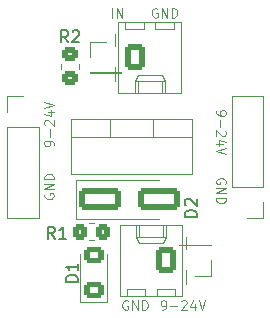
<source format=gto>
G04 #@! TF.GenerationSoftware,KiCad,Pcbnew,7.0.1*
G04 #@! TF.CreationDate,2023-08-26T15:59:25-05:00*
G04 #@! TF.ProjectId,Single Mosfet Board,53696e67-6c65-4204-9d6f-736665742042,rev?*
G04 #@! TF.SameCoordinates,Original*
G04 #@! TF.FileFunction,Legend,Top*
G04 #@! TF.FilePolarity,Positive*
%FSLAX46Y46*%
G04 Gerber Fmt 4.6, Leading zero omitted, Abs format (unit mm)*
G04 Created by KiCad (PCBNEW 7.0.1) date 2023-08-26 15:59:25*
%MOMM*%
%LPD*%
G01*
G04 APERTURE LIST*
G04 Aperture macros list*
%AMRoundRect*
0 Rectangle with rounded corners*
0 $1 Rounding radius*
0 $2 $3 $4 $5 $6 $7 $8 $9 X,Y pos of 4 corners*
0 Add a 4 corners polygon primitive as box body*
4,1,4,$2,$3,$4,$5,$6,$7,$8,$9,$2,$3,0*
0 Add four circle primitives for the rounded corners*
1,1,$1+$1,$2,$3*
1,1,$1+$1,$4,$5*
1,1,$1+$1,$6,$7*
1,1,$1+$1,$8,$9*
0 Add four rect primitives between the rounded corners*
20,1,$1+$1,$2,$3,$4,$5,0*
20,1,$1+$1,$4,$5,$6,$7,0*
20,1,$1+$1,$6,$7,$8,$9,0*
20,1,$1+$1,$8,$9,$2,$3,0*%
G04 Aperture macros list end*
%ADD10C,0.100000*%
%ADD11C,0.150000*%
%ADD12C,0.120000*%
%ADD13C,3.200000*%
%ADD14RoundRect,0.250000X-0.450000X0.350000X-0.450000X-0.350000X0.450000X-0.350000X0.450000X0.350000X0*%
%ADD15RoundRect,0.250000X-0.350000X-0.450000X0.350000X-0.450000X0.350000X0.450000X-0.350000X0.450000X0*%
%ADD16R,1.905000X2.000000*%
%ADD17O,1.905000X2.000000*%
%ADD18R,1.700000X1.700000*%
%ADD19O,1.700000X1.700000*%
%ADD20RoundRect,0.250000X-0.620000X-0.845000X0.620000X-0.845000X0.620000X0.845000X-0.620000X0.845000X0*%
%ADD21O,1.740000X2.190000*%
%ADD22RoundRect,0.250000X0.620000X0.845000X-0.620000X0.845000X-0.620000X-0.845000X0.620000X-0.845000X0*%
%ADD23RoundRect,0.250000X-1.500000X-0.650000X1.500000X-0.650000X1.500000X0.650000X-1.500000X0.650000X0*%
%ADD24RoundRect,0.250001X0.624999X-0.462499X0.624999X0.462499X-0.624999X0.462499X-0.624999X-0.462499X0*%
G04 APERTURE END LIST*
D10*
X138640476Y-96858190D02*
X138564286Y-96820095D01*
X138564286Y-96820095D02*
X138450000Y-96820095D01*
X138450000Y-96820095D02*
X138335714Y-96858190D01*
X138335714Y-96858190D02*
X138259524Y-96934380D01*
X138259524Y-96934380D02*
X138221429Y-97010571D01*
X138221429Y-97010571D02*
X138183333Y-97162952D01*
X138183333Y-97162952D02*
X138183333Y-97277238D01*
X138183333Y-97277238D02*
X138221429Y-97429619D01*
X138221429Y-97429619D02*
X138259524Y-97505809D01*
X138259524Y-97505809D02*
X138335714Y-97582000D01*
X138335714Y-97582000D02*
X138450000Y-97620095D01*
X138450000Y-97620095D02*
X138526191Y-97620095D01*
X138526191Y-97620095D02*
X138640476Y-97582000D01*
X138640476Y-97582000D02*
X138678572Y-97543904D01*
X138678572Y-97543904D02*
X138678572Y-97277238D01*
X138678572Y-97277238D02*
X138526191Y-97277238D01*
X139021429Y-97620095D02*
X139021429Y-96820095D01*
X139021429Y-96820095D02*
X139478572Y-97620095D01*
X139478572Y-97620095D02*
X139478572Y-96820095D01*
X139859524Y-97620095D02*
X139859524Y-96820095D01*
X139859524Y-96820095D02*
X140050000Y-96820095D01*
X140050000Y-96820095D02*
X140164286Y-96858190D01*
X140164286Y-96858190D02*
X140240476Y-96934380D01*
X140240476Y-96934380D02*
X140278571Y-97010571D01*
X140278571Y-97010571D02*
X140316667Y-97162952D01*
X140316667Y-97162952D02*
X140316667Y-97277238D01*
X140316667Y-97277238D02*
X140278571Y-97429619D01*
X140278571Y-97429619D02*
X140240476Y-97505809D01*
X140240476Y-97505809D02*
X140164286Y-97582000D01*
X140164286Y-97582000D02*
X140050000Y-97620095D01*
X140050000Y-97620095D02*
X139859524Y-97620095D01*
X141497619Y-97620095D02*
X141650000Y-97620095D01*
X141650000Y-97620095D02*
X141726190Y-97582000D01*
X141726190Y-97582000D02*
X141764286Y-97543904D01*
X141764286Y-97543904D02*
X141840476Y-97429619D01*
X141840476Y-97429619D02*
X141878571Y-97277238D01*
X141878571Y-97277238D02*
X141878571Y-96972476D01*
X141878571Y-96972476D02*
X141840476Y-96896285D01*
X141840476Y-96896285D02*
X141802381Y-96858190D01*
X141802381Y-96858190D02*
X141726190Y-96820095D01*
X141726190Y-96820095D02*
X141573809Y-96820095D01*
X141573809Y-96820095D02*
X141497619Y-96858190D01*
X141497619Y-96858190D02*
X141459524Y-96896285D01*
X141459524Y-96896285D02*
X141421428Y-96972476D01*
X141421428Y-96972476D02*
X141421428Y-97162952D01*
X141421428Y-97162952D02*
X141459524Y-97239142D01*
X141459524Y-97239142D02*
X141497619Y-97277238D01*
X141497619Y-97277238D02*
X141573809Y-97315333D01*
X141573809Y-97315333D02*
X141726190Y-97315333D01*
X141726190Y-97315333D02*
X141802381Y-97277238D01*
X141802381Y-97277238D02*
X141840476Y-97239142D01*
X141840476Y-97239142D02*
X141878571Y-97162952D01*
X142221429Y-97315333D02*
X142830953Y-97315333D01*
X143173809Y-96896285D02*
X143211905Y-96858190D01*
X143211905Y-96858190D02*
X143288095Y-96820095D01*
X143288095Y-96820095D02*
X143478571Y-96820095D01*
X143478571Y-96820095D02*
X143554762Y-96858190D01*
X143554762Y-96858190D02*
X143592857Y-96896285D01*
X143592857Y-96896285D02*
X143630952Y-96972476D01*
X143630952Y-96972476D02*
X143630952Y-97048666D01*
X143630952Y-97048666D02*
X143592857Y-97162952D01*
X143592857Y-97162952D02*
X143135714Y-97620095D01*
X143135714Y-97620095D02*
X143630952Y-97620095D01*
X144316667Y-97086761D02*
X144316667Y-97620095D01*
X144126191Y-96782000D02*
X143935714Y-97353428D01*
X143935714Y-97353428D02*
X144430953Y-97353428D01*
X144621429Y-96820095D02*
X144888096Y-97620095D01*
X144888096Y-97620095D02*
X145154762Y-96820095D01*
X146129904Y-80787619D02*
X146129904Y-80940000D01*
X146129904Y-80940000D02*
X146168000Y-81016190D01*
X146168000Y-81016190D02*
X146206095Y-81054286D01*
X146206095Y-81054286D02*
X146320380Y-81130476D01*
X146320380Y-81130476D02*
X146472761Y-81168571D01*
X146472761Y-81168571D02*
X146777523Y-81168571D01*
X146777523Y-81168571D02*
X146853714Y-81130476D01*
X146853714Y-81130476D02*
X146891809Y-81092381D01*
X146891809Y-81092381D02*
X146929904Y-81016190D01*
X146929904Y-81016190D02*
X146929904Y-80863809D01*
X146929904Y-80863809D02*
X146891809Y-80787619D01*
X146891809Y-80787619D02*
X146853714Y-80749524D01*
X146853714Y-80749524D02*
X146777523Y-80711428D01*
X146777523Y-80711428D02*
X146587047Y-80711428D01*
X146587047Y-80711428D02*
X146510857Y-80749524D01*
X146510857Y-80749524D02*
X146472761Y-80787619D01*
X146472761Y-80787619D02*
X146434666Y-80863809D01*
X146434666Y-80863809D02*
X146434666Y-81016190D01*
X146434666Y-81016190D02*
X146472761Y-81092381D01*
X146472761Y-81092381D02*
X146510857Y-81130476D01*
X146510857Y-81130476D02*
X146587047Y-81168571D01*
X146434666Y-81511429D02*
X146434666Y-82120953D01*
X146853714Y-82463809D02*
X146891809Y-82501905D01*
X146891809Y-82501905D02*
X146929904Y-82578095D01*
X146929904Y-82578095D02*
X146929904Y-82768571D01*
X146929904Y-82768571D02*
X146891809Y-82844762D01*
X146891809Y-82844762D02*
X146853714Y-82882857D01*
X146853714Y-82882857D02*
X146777523Y-82920952D01*
X146777523Y-82920952D02*
X146701333Y-82920952D01*
X146701333Y-82920952D02*
X146587047Y-82882857D01*
X146587047Y-82882857D02*
X146129904Y-82425714D01*
X146129904Y-82425714D02*
X146129904Y-82920952D01*
X146663238Y-83606667D02*
X146129904Y-83606667D01*
X146968000Y-83416191D02*
X146396571Y-83225714D01*
X146396571Y-83225714D02*
X146396571Y-83720953D01*
X146929904Y-83911429D02*
X146129904Y-84178096D01*
X146129904Y-84178096D02*
X146929904Y-84444762D01*
X132370095Y-83672380D02*
X132370095Y-83519999D01*
X132370095Y-83519999D02*
X132332000Y-83443809D01*
X132332000Y-83443809D02*
X132293904Y-83405713D01*
X132293904Y-83405713D02*
X132179619Y-83329523D01*
X132179619Y-83329523D02*
X132027238Y-83291428D01*
X132027238Y-83291428D02*
X131722476Y-83291428D01*
X131722476Y-83291428D02*
X131646285Y-83329523D01*
X131646285Y-83329523D02*
X131608190Y-83367618D01*
X131608190Y-83367618D02*
X131570095Y-83443809D01*
X131570095Y-83443809D02*
X131570095Y-83596190D01*
X131570095Y-83596190D02*
X131608190Y-83672380D01*
X131608190Y-83672380D02*
X131646285Y-83710475D01*
X131646285Y-83710475D02*
X131722476Y-83748571D01*
X131722476Y-83748571D02*
X131912952Y-83748571D01*
X131912952Y-83748571D02*
X131989142Y-83710475D01*
X131989142Y-83710475D02*
X132027238Y-83672380D01*
X132027238Y-83672380D02*
X132065333Y-83596190D01*
X132065333Y-83596190D02*
X132065333Y-83443809D01*
X132065333Y-83443809D02*
X132027238Y-83367618D01*
X132027238Y-83367618D02*
X131989142Y-83329523D01*
X131989142Y-83329523D02*
X131912952Y-83291428D01*
X132065333Y-82948570D02*
X132065333Y-82339047D01*
X131646285Y-81996190D02*
X131608190Y-81958094D01*
X131608190Y-81958094D02*
X131570095Y-81881904D01*
X131570095Y-81881904D02*
X131570095Y-81691428D01*
X131570095Y-81691428D02*
X131608190Y-81615237D01*
X131608190Y-81615237D02*
X131646285Y-81577142D01*
X131646285Y-81577142D02*
X131722476Y-81539047D01*
X131722476Y-81539047D02*
X131798666Y-81539047D01*
X131798666Y-81539047D02*
X131912952Y-81577142D01*
X131912952Y-81577142D02*
X132370095Y-82034285D01*
X132370095Y-82034285D02*
X132370095Y-81539047D01*
X131836761Y-80853332D02*
X132370095Y-80853332D01*
X131532000Y-81043808D02*
X132103428Y-81234285D01*
X132103428Y-81234285D02*
X132103428Y-80739046D01*
X131570095Y-80548570D02*
X132370095Y-80281903D01*
X132370095Y-80281903D02*
X131570095Y-80015237D01*
X131608190Y-87779523D02*
X131570095Y-87855713D01*
X131570095Y-87855713D02*
X131570095Y-87969999D01*
X131570095Y-87969999D02*
X131608190Y-88084285D01*
X131608190Y-88084285D02*
X131684380Y-88160475D01*
X131684380Y-88160475D02*
X131760571Y-88198570D01*
X131760571Y-88198570D02*
X131912952Y-88236666D01*
X131912952Y-88236666D02*
X132027238Y-88236666D01*
X132027238Y-88236666D02*
X132179619Y-88198570D01*
X132179619Y-88198570D02*
X132255809Y-88160475D01*
X132255809Y-88160475D02*
X132332000Y-88084285D01*
X132332000Y-88084285D02*
X132370095Y-87969999D01*
X132370095Y-87969999D02*
X132370095Y-87893808D01*
X132370095Y-87893808D02*
X132332000Y-87779523D01*
X132332000Y-87779523D02*
X132293904Y-87741427D01*
X132293904Y-87741427D02*
X132027238Y-87741427D01*
X132027238Y-87741427D02*
X132027238Y-87893808D01*
X132370095Y-87398570D02*
X131570095Y-87398570D01*
X131570095Y-87398570D02*
X132370095Y-86941427D01*
X132370095Y-86941427D02*
X131570095Y-86941427D01*
X132370095Y-86560475D02*
X131570095Y-86560475D01*
X131570095Y-86560475D02*
X131570095Y-86369999D01*
X131570095Y-86369999D02*
X131608190Y-86255713D01*
X131608190Y-86255713D02*
X131684380Y-86179523D01*
X131684380Y-86179523D02*
X131760571Y-86141428D01*
X131760571Y-86141428D02*
X131912952Y-86103332D01*
X131912952Y-86103332D02*
X132027238Y-86103332D01*
X132027238Y-86103332D02*
X132179619Y-86141428D01*
X132179619Y-86141428D02*
X132255809Y-86179523D01*
X132255809Y-86179523D02*
X132332000Y-86255713D01*
X132332000Y-86255713D02*
X132370095Y-86369999D01*
X132370095Y-86369999D02*
X132370095Y-86560475D01*
X146891809Y-86930476D02*
X146929904Y-86854286D01*
X146929904Y-86854286D02*
X146929904Y-86740000D01*
X146929904Y-86740000D02*
X146891809Y-86625714D01*
X146891809Y-86625714D02*
X146815619Y-86549524D01*
X146815619Y-86549524D02*
X146739428Y-86511429D01*
X146739428Y-86511429D02*
X146587047Y-86473333D01*
X146587047Y-86473333D02*
X146472761Y-86473333D01*
X146472761Y-86473333D02*
X146320380Y-86511429D01*
X146320380Y-86511429D02*
X146244190Y-86549524D01*
X146244190Y-86549524D02*
X146168000Y-86625714D01*
X146168000Y-86625714D02*
X146129904Y-86740000D01*
X146129904Y-86740000D02*
X146129904Y-86816191D01*
X146129904Y-86816191D02*
X146168000Y-86930476D01*
X146168000Y-86930476D02*
X146206095Y-86968572D01*
X146206095Y-86968572D02*
X146472761Y-86968572D01*
X146472761Y-86968572D02*
X146472761Y-86816191D01*
X146129904Y-87311429D02*
X146929904Y-87311429D01*
X146929904Y-87311429D02*
X146129904Y-87768572D01*
X146129904Y-87768572D02*
X146929904Y-87768572D01*
X146129904Y-88149524D02*
X146929904Y-88149524D01*
X146929904Y-88149524D02*
X146929904Y-88340000D01*
X146929904Y-88340000D02*
X146891809Y-88454286D01*
X146891809Y-88454286D02*
X146815619Y-88530476D01*
X146815619Y-88530476D02*
X146739428Y-88568571D01*
X146739428Y-88568571D02*
X146587047Y-88606667D01*
X146587047Y-88606667D02*
X146472761Y-88606667D01*
X146472761Y-88606667D02*
X146320380Y-88568571D01*
X146320380Y-88568571D02*
X146244190Y-88530476D01*
X146244190Y-88530476D02*
X146168000Y-88454286D01*
X146168000Y-88454286D02*
X146129904Y-88340000D01*
X146129904Y-88340000D02*
X146129904Y-88149524D01*
X137330953Y-72870095D02*
X137330953Y-72070095D01*
X137711905Y-72870095D02*
X137711905Y-72070095D01*
X137711905Y-72070095D02*
X138169048Y-72870095D01*
X138169048Y-72870095D02*
X138169048Y-72070095D01*
X141140476Y-72108190D02*
X141064286Y-72070095D01*
X141064286Y-72070095D02*
X140950000Y-72070095D01*
X140950000Y-72070095D02*
X140835714Y-72108190D01*
X140835714Y-72108190D02*
X140759524Y-72184380D01*
X140759524Y-72184380D02*
X140721429Y-72260571D01*
X140721429Y-72260571D02*
X140683333Y-72412952D01*
X140683333Y-72412952D02*
X140683333Y-72527238D01*
X140683333Y-72527238D02*
X140721429Y-72679619D01*
X140721429Y-72679619D02*
X140759524Y-72755809D01*
X140759524Y-72755809D02*
X140835714Y-72832000D01*
X140835714Y-72832000D02*
X140950000Y-72870095D01*
X140950000Y-72870095D02*
X141026191Y-72870095D01*
X141026191Y-72870095D02*
X141140476Y-72832000D01*
X141140476Y-72832000D02*
X141178572Y-72793904D01*
X141178572Y-72793904D02*
X141178572Y-72527238D01*
X141178572Y-72527238D02*
X141026191Y-72527238D01*
X141521429Y-72870095D02*
X141521429Y-72070095D01*
X141521429Y-72070095D02*
X141978572Y-72870095D01*
X141978572Y-72870095D02*
X141978572Y-72070095D01*
X142359524Y-72870095D02*
X142359524Y-72070095D01*
X142359524Y-72070095D02*
X142550000Y-72070095D01*
X142550000Y-72070095D02*
X142664286Y-72108190D01*
X142664286Y-72108190D02*
X142740476Y-72184380D01*
X142740476Y-72184380D02*
X142778571Y-72260571D01*
X142778571Y-72260571D02*
X142816667Y-72412952D01*
X142816667Y-72412952D02*
X142816667Y-72527238D01*
X142816667Y-72527238D02*
X142778571Y-72679619D01*
X142778571Y-72679619D02*
X142740476Y-72755809D01*
X142740476Y-72755809D02*
X142664286Y-72832000D01*
X142664286Y-72832000D02*
X142550000Y-72870095D01*
X142550000Y-72870095D02*
X142359524Y-72870095D01*
D11*
X133583333Y-74962619D02*
X133250000Y-74486428D01*
X133011905Y-74962619D02*
X133011905Y-73962619D01*
X133011905Y-73962619D02*
X133392857Y-73962619D01*
X133392857Y-73962619D02*
X133488095Y-74010238D01*
X133488095Y-74010238D02*
X133535714Y-74057857D01*
X133535714Y-74057857D02*
X133583333Y-74153095D01*
X133583333Y-74153095D02*
X133583333Y-74295952D01*
X133583333Y-74295952D02*
X133535714Y-74391190D01*
X133535714Y-74391190D02*
X133488095Y-74438809D01*
X133488095Y-74438809D02*
X133392857Y-74486428D01*
X133392857Y-74486428D02*
X133011905Y-74486428D01*
X133964286Y-74057857D02*
X134011905Y-74010238D01*
X134011905Y-74010238D02*
X134107143Y-73962619D01*
X134107143Y-73962619D02*
X134345238Y-73962619D01*
X134345238Y-73962619D02*
X134440476Y-74010238D01*
X134440476Y-74010238D02*
X134488095Y-74057857D01*
X134488095Y-74057857D02*
X134535714Y-74153095D01*
X134535714Y-74153095D02*
X134535714Y-74248333D01*
X134535714Y-74248333D02*
X134488095Y-74391190D01*
X134488095Y-74391190D02*
X133916667Y-74962619D01*
X133916667Y-74962619D02*
X134535714Y-74962619D01*
X132453333Y-91582619D02*
X132120000Y-91106428D01*
X131881905Y-91582619D02*
X131881905Y-90582619D01*
X131881905Y-90582619D02*
X132262857Y-90582619D01*
X132262857Y-90582619D02*
X132358095Y-90630238D01*
X132358095Y-90630238D02*
X132405714Y-90677857D01*
X132405714Y-90677857D02*
X132453333Y-90773095D01*
X132453333Y-90773095D02*
X132453333Y-90915952D01*
X132453333Y-90915952D02*
X132405714Y-91011190D01*
X132405714Y-91011190D02*
X132358095Y-91058809D01*
X132358095Y-91058809D02*
X132262857Y-91106428D01*
X132262857Y-91106428D02*
X131881905Y-91106428D01*
X133405714Y-91582619D02*
X132834286Y-91582619D01*
X133120000Y-91582619D02*
X133120000Y-90582619D01*
X133120000Y-90582619D02*
X133024762Y-90725476D01*
X133024762Y-90725476D02*
X132929524Y-90820714D01*
X132929524Y-90820714D02*
X132834286Y-90868333D01*
X144462619Y-89738094D02*
X143462619Y-89738094D01*
X143462619Y-89738094D02*
X143462619Y-89499999D01*
X143462619Y-89499999D02*
X143510238Y-89357142D01*
X143510238Y-89357142D02*
X143605476Y-89261904D01*
X143605476Y-89261904D02*
X143700714Y-89214285D01*
X143700714Y-89214285D02*
X143891190Y-89166666D01*
X143891190Y-89166666D02*
X144034047Y-89166666D01*
X144034047Y-89166666D02*
X144224523Y-89214285D01*
X144224523Y-89214285D02*
X144319761Y-89261904D01*
X144319761Y-89261904D02*
X144415000Y-89357142D01*
X144415000Y-89357142D02*
X144462619Y-89499999D01*
X144462619Y-89499999D02*
X144462619Y-89738094D01*
X143557857Y-88785713D02*
X143510238Y-88738094D01*
X143510238Y-88738094D02*
X143462619Y-88642856D01*
X143462619Y-88642856D02*
X143462619Y-88404761D01*
X143462619Y-88404761D02*
X143510238Y-88309523D01*
X143510238Y-88309523D02*
X143557857Y-88261904D01*
X143557857Y-88261904D02*
X143653095Y-88214285D01*
X143653095Y-88214285D02*
X143748333Y-88214285D01*
X143748333Y-88214285D02*
X143891190Y-88261904D01*
X143891190Y-88261904D02*
X144462619Y-88833332D01*
X144462619Y-88833332D02*
X144462619Y-88214285D01*
X134392619Y-95225594D02*
X133392619Y-95225594D01*
X133392619Y-95225594D02*
X133392619Y-94987499D01*
X133392619Y-94987499D02*
X133440238Y-94844642D01*
X133440238Y-94844642D02*
X133535476Y-94749404D01*
X133535476Y-94749404D02*
X133630714Y-94701785D01*
X133630714Y-94701785D02*
X133821190Y-94654166D01*
X133821190Y-94654166D02*
X133964047Y-94654166D01*
X133964047Y-94654166D02*
X134154523Y-94701785D01*
X134154523Y-94701785D02*
X134249761Y-94749404D01*
X134249761Y-94749404D02*
X134345000Y-94844642D01*
X134345000Y-94844642D02*
X134392619Y-94987499D01*
X134392619Y-94987499D02*
X134392619Y-95225594D01*
X134392619Y-93701785D02*
X134392619Y-94273213D01*
X134392619Y-93987499D02*
X133392619Y-93987499D01*
X133392619Y-93987499D02*
X133535476Y-94082737D01*
X133535476Y-94082737D02*
X133630714Y-94177975D01*
X133630714Y-94177975D02*
X133678333Y-94273213D01*
D12*
X133015000Y-76772936D02*
X133015000Y-77227064D01*
X134485000Y-76772936D02*
X134485000Y-77227064D01*
X135322936Y-90265000D02*
X135777064Y-90265000D01*
X135322936Y-91735000D02*
X135777064Y-91735000D01*
X133840000Y-81480000D02*
X144080000Y-81480000D01*
X137110000Y-81480000D02*
X137110000Y-82990000D01*
X140811000Y-81480000D02*
X140811000Y-82990000D01*
X133840000Y-81480000D02*
X133840000Y-86121000D01*
X133840000Y-86121000D02*
X144080000Y-86121000D01*
X144080000Y-81480000D02*
X144080000Y-86121000D01*
X133840000Y-82990000D02*
X144080000Y-82990000D01*
X147420000Y-87230000D02*
X147420000Y-79550000D01*
X150080000Y-88500000D02*
X150080000Y-89830000D01*
X150080000Y-79550000D02*
X147420000Y-79550000D01*
X150080000Y-87230000D02*
X147420000Y-87230000D01*
X150080000Y-89830000D02*
X148750000Y-89830000D01*
X150080000Y-87230000D02*
X150080000Y-79550000D01*
X135420000Y-74920000D02*
X136750000Y-74920000D01*
X135420000Y-77520000D02*
X138080000Y-77520000D01*
X135420000Y-77580000D02*
X138080000Y-77580000D01*
X138080000Y-77520000D02*
X138080000Y-77580000D01*
X135420000Y-77520000D02*
X135420000Y-77580000D01*
X135420000Y-76250000D02*
X135420000Y-74920000D01*
X137830000Y-79240000D02*
X143130000Y-79240000D01*
X140010000Y-73820000D02*
X140010000Y-73220000D01*
X137540000Y-74250000D02*
X137540000Y-78250000D01*
X137830000Y-73220000D02*
X137830000Y-79240000D01*
X140950000Y-73220000D02*
X140950000Y-73820000D01*
X141750000Y-78240000D02*
X141750000Y-79240000D01*
X141500000Y-79240000D02*
X141500000Y-78240000D01*
X138410000Y-73820000D02*
X140010000Y-73820000D01*
X140950000Y-73820000D02*
X142550000Y-73820000D01*
X141500000Y-77710000D02*
X141750000Y-78240000D01*
X139210000Y-78240000D02*
X141750000Y-78240000D01*
X139210000Y-79240000D02*
X139210000Y-78240000D01*
X139460000Y-79240000D02*
X139460000Y-78240000D01*
X139210000Y-78240000D02*
X139460000Y-77710000D01*
X143130000Y-73220000D02*
X137830000Y-73220000D01*
X138410000Y-73220000D02*
X138410000Y-73820000D01*
X143130000Y-79240000D02*
X143130000Y-73220000D01*
X142550000Y-73820000D02*
X142550000Y-73220000D01*
X139460000Y-77710000D02*
X141500000Y-77710000D01*
X141620000Y-91970000D02*
X139580000Y-91970000D01*
X138530000Y-95860000D02*
X138530000Y-96460000D01*
X137950000Y-90440000D02*
X137950000Y-96460000D01*
X142670000Y-96460000D02*
X142670000Y-95860000D01*
X137950000Y-96460000D02*
X143250000Y-96460000D01*
X141870000Y-91440000D02*
X141620000Y-91970000D01*
X141620000Y-90440000D02*
X141620000Y-91440000D01*
X141870000Y-90440000D02*
X141870000Y-91440000D01*
X141870000Y-91440000D02*
X139330000Y-91440000D01*
X139580000Y-91970000D02*
X139330000Y-91440000D01*
X140130000Y-95860000D02*
X138530000Y-95860000D01*
X142670000Y-95860000D02*
X141070000Y-95860000D01*
X139580000Y-90440000D02*
X139580000Y-91440000D01*
X139330000Y-91440000D02*
X139330000Y-90440000D01*
X140130000Y-96460000D02*
X140130000Y-95860000D01*
X143250000Y-96460000D02*
X143250000Y-90440000D01*
X143540000Y-95430000D02*
X143540000Y-91430000D01*
X141070000Y-95860000D02*
X141070000Y-96460000D01*
X143250000Y-90440000D02*
X137950000Y-90440000D01*
X145660000Y-94760000D02*
X144330000Y-94760000D01*
X145660000Y-92160000D02*
X143000000Y-92160000D01*
X145660000Y-92100000D02*
X143000000Y-92100000D01*
X143000000Y-92160000D02*
X143000000Y-92100000D01*
X145660000Y-92160000D02*
X145660000Y-92100000D01*
X145660000Y-93430000D02*
X145660000Y-94760000D01*
X128420000Y-82150000D02*
X128420000Y-89830000D01*
X128420000Y-79550000D02*
X129750000Y-79550000D01*
X128420000Y-82150000D02*
X131080000Y-82150000D01*
X128420000Y-89830000D02*
X131080000Y-89830000D01*
X128420000Y-80880000D02*
X128420000Y-79550000D01*
X131080000Y-82150000D02*
X131080000Y-89830000D01*
X134290000Y-86600000D02*
X141300000Y-86600000D01*
X134290000Y-86600000D02*
X134290000Y-89900000D01*
X134290000Y-89900000D02*
X141300000Y-89900000D01*
X136885000Y-96947500D02*
X136885000Y-92887500D01*
X134615000Y-96947500D02*
X136885000Y-96947500D01*
X134615000Y-92887500D02*
X134615000Y-96947500D01*
%LPC*%
D13*
X147500000Y-75250000D03*
X131000000Y-94500000D03*
D14*
X133750000Y-78000000D03*
X133750000Y-76000000D03*
D15*
X134550000Y-91000000D03*
X136550000Y-91000000D03*
D16*
X136420000Y-84750000D03*
D17*
X138960000Y-84750000D03*
X141500000Y-84750000D03*
D18*
X148750000Y-88500000D03*
D19*
X148750000Y-85960000D03*
X148750000Y-83420000D03*
X148750000Y-80880000D03*
D18*
X136750000Y-76250000D03*
D20*
X139210000Y-76250000D03*
D21*
X141750000Y-76250000D03*
X139330000Y-93430000D03*
D22*
X141870000Y-93430000D03*
D18*
X144330000Y-93430000D03*
D19*
X129750000Y-88500000D03*
X129750000Y-85960000D03*
X129750000Y-83420000D03*
D18*
X129750000Y-80880000D03*
D23*
X136300000Y-88250000D03*
X141300000Y-88250000D03*
D24*
X135750000Y-95975000D03*
X135750000Y-93000000D03*
M02*

</source>
